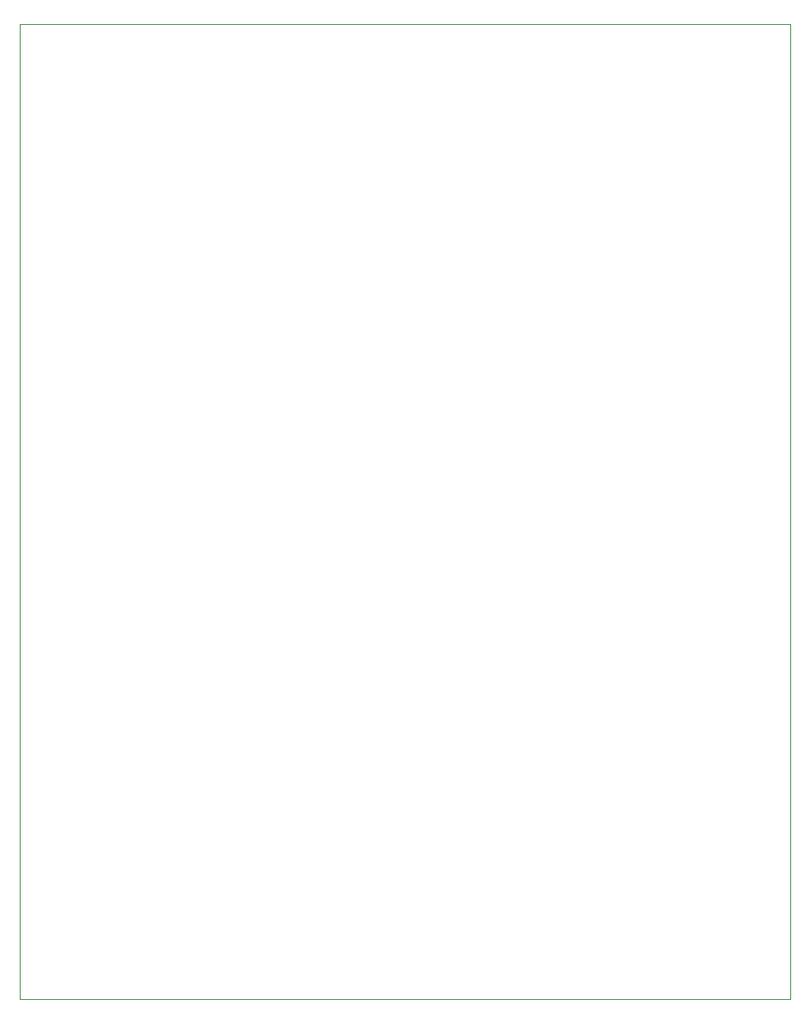
<source format=gbr>
G04 #@! TF.GenerationSoftware,KiCad,Pcbnew,5.1.5-52549c5~84~ubuntu18.04.1*
G04 #@! TF.CreationDate,2020-05-11T15:13:20-04:00*
G04 #@! TF.ProjectId,gategrinder_panelPCB,67617465-6772-4696-9e64-65725f70616e,rev?*
G04 #@! TF.SameCoordinates,Original*
G04 #@! TF.FileFunction,Profile,NP*
%FSLAX46Y46*%
G04 Gerber Fmt 4.6, Leading zero omitted, Abs format (unit mm)*
G04 Created by KiCad (PCBNEW 5.1.5-52549c5~84~ubuntu18.04.1) date 2020-05-11 15:13:20*
%MOMM*%
%LPD*%
G04 APERTURE LIST*
%ADD10C,0.050000*%
G04 APERTURE END LIST*
D10*
X144000000Y-140000000D02*
X68000000Y-140000000D01*
X144000000Y-44000000D02*
X144000000Y-140000000D01*
X68000000Y-44000000D02*
X144000000Y-44000000D01*
X68000000Y-140000000D02*
X68000000Y-44000000D01*
M02*

</source>
